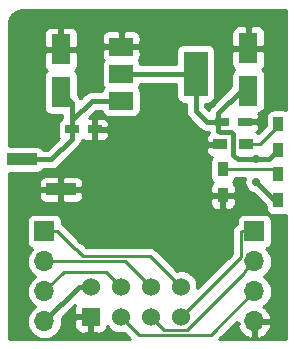
<source format=gbr>
G04 #@! TF.GenerationSoftware,KiCad,Pcbnew,(5.1.2)-2*
G04 #@! TF.CreationDate,2023-04-24T21:20:06-05:00*
G04 #@! TF.ProjectId,nrf24l01breakout,6e726632-346c-4303-9162-7265616b6f75,V0.1*
G04 #@! TF.SameCoordinates,Original*
G04 #@! TF.FileFunction,Copper,L1,Top*
G04 #@! TF.FilePolarity,Positive*
%FSLAX46Y46*%
G04 Gerber Fmt 4.6, Leading zero omitted, Abs format (unit mm)*
G04 Created by KiCad (PCBNEW (5.1.2)-2) date 2023-04-24 21:20:06*
%MOMM*%
%LPD*%
G04 APERTURE LIST*
%ADD10R,1.600000X2.600000*%
%ADD11R,1.200000X0.750000*%
%ADD12R,0.900000X1.200000*%
%ADD13R,2.510000X1.000000*%
%ADD14O,1.700000X1.700000*%
%ADD15R,1.700000X1.700000*%
%ADD16R,1.200000X0.900000*%
%ADD17R,2.000000X1.500000*%
%ADD18R,2.000000X3.800000*%
%ADD19R,1.524000X1.524000*%
%ADD20C,1.524000*%
%ADD21C,0.700000*%
%ADD22C,0.400000*%
%ADD23C,0.250000*%
%ADD24C,0.254000*%
G04 APERTURE END LIST*
D10*
X121285000Y-85725000D03*
X121285000Y-82125000D03*
D11*
X122240000Y-88900000D03*
X124140000Y-88900000D03*
D10*
X137160000Y-82020000D03*
X137160000Y-85620000D03*
D11*
X136840000Y-88265000D03*
X134940000Y-88265000D03*
D12*
X139700000Y-94910000D03*
X139700000Y-92710000D03*
X139700000Y-88435000D03*
X139700000Y-90635000D03*
D13*
X117979000Y-91440000D03*
X121289000Y-93980000D03*
D14*
X119888000Y-105156000D03*
X119888000Y-102616000D03*
X119888000Y-100076000D03*
D15*
X119888000Y-97536000D03*
X137668000Y-97536000D03*
D14*
X137668000Y-100076000D03*
X137668000Y-102616000D03*
X137668000Y-105156000D03*
D12*
X135001000Y-94488000D03*
X135001000Y-92288000D03*
D16*
X136990000Y-90170000D03*
X134790000Y-90170000D03*
D17*
X126390000Y-81875000D03*
X126390000Y-86475000D03*
X126390000Y-84175000D03*
D18*
X132690000Y-84175000D03*
D19*
X123825000Y-104775000D03*
D20*
X123825000Y-102235000D03*
X126365000Y-104775000D03*
X126365000Y-102235000D03*
X128905000Y-104775000D03*
X128905000Y-102235000D03*
X131445000Y-104775000D03*
X131445000Y-102235000D03*
D21*
X138430000Y-87630000D03*
X137795000Y-93345000D03*
X137795000Y-91440000D03*
D22*
X122240000Y-86680000D02*
X121285000Y-85725000D01*
X122240000Y-88900000D02*
X122240000Y-86680000D01*
X122240000Y-88125000D02*
X122240000Y-88900000D01*
X123890000Y-86475000D02*
X122240000Y-88125000D01*
X126390000Y-86475000D02*
X123890000Y-86475000D01*
X122240000Y-89675000D02*
X122240000Y-88900000D01*
X120475000Y-91440000D02*
X122240000Y-89675000D01*
X117979000Y-91440000D02*
X120475000Y-91440000D01*
X136525000Y-88265000D02*
X137795000Y-88265000D01*
X137795000Y-88265000D02*
X138430000Y-87630000D01*
X122809000Y-102235000D02*
X123825000Y-102235000D01*
X119888000Y-105156000D02*
X122809000Y-102235000D01*
X136495000Y-85620000D02*
X137160000Y-85620000D01*
X134625000Y-87490000D02*
X136495000Y-85620000D01*
X134625000Y-88265000D02*
X134625000Y-87490000D01*
X132690000Y-86475000D02*
X132690000Y-84175000D01*
X132690000Y-87330000D02*
X132690000Y-86475000D01*
X133625000Y-88265000D02*
X132690000Y-87330000D01*
X134625000Y-88265000D02*
X133625000Y-88265000D01*
X126390000Y-84175000D02*
X132690000Y-84175000D01*
X139700000Y-94910000D02*
X139360000Y-94910000D01*
X139360000Y-94910000D02*
X137795000Y-93345000D01*
X138895000Y-91440000D02*
X139700000Y-90635000D01*
X137795000Y-91440000D02*
X138895000Y-91440000D01*
X137300026Y-91440000D02*
X137795000Y-91440000D01*
X136309998Y-91440000D02*
X137300026Y-91440000D01*
X135890000Y-91020002D02*
X136309998Y-91440000D01*
X135890000Y-89319998D02*
X135890000Y-91020002D01*
X134725001Y-89140001D02*
X135710003Y-89140001D01*
X134625000Y-89040000D02*
X134725001Y-89140001D01*
X135710003Y-89140001D02*
X135890000Y-89319998D01*
X134625000Y-88265000D02*
X134625000Y-89040000D01*
D23*
X139278000Y-92288000D02*
X139700000Y-92710000D01*
X135001000Y-92288000D02*
X139278000Y-92288000D01*
X139700000Y-88585000D02*
X139700000Y-88435000D01*
X138115000Y-90170000D02*
X139700000Y-88585000D01*
X136990000Y-90170000D02*
X138115000Y-90170000D01*
X125603001Y-101473001D02*
X126365000Y-102235000D01*
X125095000Y-100965000D02*
X125603001Y-101473001D01*
X121539000Y-100965000D02*
X125095000Y-100965000D01*
X119888000Y-102616000D02*
X121539000Y-100965000D01*
X126746000Y-100076000D02*
X128905000Y-102235000D01*
X119888000Y-100076000D02*
X126746000Y-100076000D01*
X120988000Y-97536000D02*
X122512000Y-99060000D01*
X119888000Y-97536000D02*
X120988000Y-97536000D01*
X130683001Y-101473001D02*
X131445000Y-102235000D01*
X128835990Y-99625990D02*
X130683001Y-101473001D01*
X123120990Y-99625990D02*
X128835990Y-99625990D01*
X122555000Y-99060000D02*
X123120990Y-99625990D01*
X122512000Y-99060000D02*
X122555000Y-99060000D01*
X132206999Y-104013001D02*
X131445000Y-104775000D01*
X136492999Y-99727001D02*
X132206999Y-104013001D01*
X136492999Y-97611001D02*
X136492999Y-99727001D01*
X136568000Y-97536000D02*
X136492999Y-97611001D01*
X137668000Y-97536000D02*
X136568000Y-97536000D01*
X129666999Y-105536999D02*
X128905000Y-104775000D01*
X129992001Y-105862001D02*
X129666999Y-105536999D01*
X131966761Y-105862001D02*
X129992001Y-105862001D01*
X136818001Y-101010761D02*
X131966761Y-105862001D01*
X136818001Y-100925999D02*
X136818001Y-101010761D01*
X137668000Y-100076000D02*
X136818001Y-100925999D01*
X127126999Y-105536999D02*
X126365000Y-104775000D01*
X127902011Y-106312011D02*
X127126999Y-105536999D01*
X133971989Y-106312011D02*
X127902011Y-106312011D01*
X137668000Y-102616000D02*
X133971989Y-106312011D01*
D24*
G36*
X131051928Y-86075000D02*
G01*
X131064188Y-86199482D01*
X131100498Y-86319180D01*
X131159463Y-86429494D01*
X131238815Y-86526185D01*
X131335506Y-86605537D01*
X131445820Y-86664502D01*
X131565518Y-86700812D01*
X131690000Y-86713072D01*
X131855000Y-86713072D01*
X131855000Y-87288982D01*
X131850960Y-87330000D01*
X131855000Y-87371018D01*
X131867082Y-87493688D01*
X131914828Y-87651086D01*
X131992364Y-87796145D01*
X132096709Y-87923291D01*
X132128578Y-87949445D01*
X133005563Y-88826432D01*
X133031709Y-88858291D01*
X133063568Y-88884437D01*
X133063570Y-88884439D01*
X133140920Y-88947918D01*
X133158854Y-88962636D01*
X133303913Y-89040172D01*
X133461311Y-89087918D01*
X133583981Y-89100000D01*
X133583982Y-89100000D01*
X133625000Y-89104040D01*
X133666018Y-89100000D01*
X133791869Y-89100000D01*
X133802082Y-89203689D01*
X133805289Y-89214261D01*
X133738815Y-89268815D01*
X133659463Y-89365506D01*
X133600498Y-89475820D01*
X133564188Y-89595518D01*
X133551928Y-89720000D01*
X133555000Y-89884250D01*
X133713750Y-90043000D01*
X134663000Y-90043000D01*
X134663000Y-90023000D01*
X134917000Y-90023000D01*
X134917000Y-90043000D01*
X134937000Y-90043000D01*
X134937000Y-90297000D01*
X134917000Y-90297000D01*
X134917000Y-90317000D01*
X134663000Y-90317000D01*
X134663000Y-90297000D01*
X133713750Y-90297000D01*
X133555000Y-90455750D01*
X133551928Y-90620000D01*
X133564188Y-90744482D01*
X133600498Y-90864180D01*
X133659463Y-90974494D01*
X133738815Y-91071185D01*
X133835506Y-91150537D01*
X133945820Y-91209502D01*
X134065518Y-91245812D01*
X134090419Y-91248264D01*
X134020463Y-91333506D01*
X133961498Y-91443820D01*
X133925188Y-91563518D01*
X133912928Y-91688000D01*
X133912928Y-92888000D01*
X133925188Y-93012482D01*
X133961498Y-93132180D01*
X134020463Y-93242494D01*
X134099815Y-93339185D01*
X134159296Y-93388000D01*
X134099815Y-93436815D01*
X134020463Y-93533506D01*
X133961498Y-93643820D01*
X133925188Y-93763518D01*
X133912928Y-93888000D01*
X133916000Y-94202250D01*
X134074750Y-94361000D01*
X134874000Y-94361000D01*
X134874000Y-94341000D01*
X135128000Y-94341000D01*
X135128000Y-94361000D01*
X135927250Y-94361000D01*
X136086000Y-94202250D01*
X136089072Y-93888000D01*
X136076812Y-93763518D01*
X136040502Y-93643820D01*
X135981537Y-93533506D01*
X135902185Y-93436815D01*
X135842704Y-93388000D01*
X135902185Y-93339185D01*
X135981537Y-93242494D01*
X136040502Y-93132180D01*
X136066038Y-93048000D01*
X136851865Y-93048000D01*
X136847853Y-93057686D01*
X136810000Y-93247986D01*
X136810000Y-93442014D01*
X136847853Y-93632314D01*
X136922104Y-93811572D01*
X137029901Y-93972901D01*
X137167099Y-94110099D01*
X137328428Y-94217896D01*
X137507686Y-94292147D01*
X137574587Y-94305454D01*
X138611928Y-95342796D01*
X138611928Y-95510000D01*
X138624188Y-95634482D01*
X138660498Y-95754180D01*
X138719463Y-95864494D01*
X138798815Y-95961185D01*
X138895506Y-96040537D01*
X139005820Y-96099502D01*
X139125518Y-96135812D01*
X139250000Y-96148072D01*
X140150000Y-96148072D01*
X140274482Y-96135812D01*
X140310000Y-96125038D01*
X140310000Y-106655000D01*
X134703801Y-106655000D01*
X136183000Y-105175801D01*
X136183000Y-105283002D01*
X136347844Y-105283002D01*
X136226524Y-105512890D01*
X136271175Y-105660099D01*
X136396359Y-105922920D01*
X136570412Y-106156269D01*
X136786645Y-106351178D01*
X137036748Y-106500157D01*
X137311109Y-106597481D01*
X137541000Y-106476814D01*
X137541000Y-105283000D01*
X137795000Y-105283000D01*
X137795000Y-106476814D01*
X138024891Y-106597481D01*
X138299252Y-106500157D01*
X138549355Y-106351178D01*
X138765588Y-106156269D01*
X138939641Y-105922920D01*
X139064825Y-105660099D01*
X139109476Y-105512890D01*
X138988155Y-105283000D01*
X137795000Y-105283000D01*
X137541000Y-105283000D01*
X137521000Y-105283000D01*
X137521000Y-105029000D01*
X137541000Y-105029000D01*
X137541000Y-105009000D01*
X137795000Y-105009000D01*
X137795000Y-105029000D01*
X138988155Y-105029000D01*
X139109476Y-104799110D01*
X139064825Y-104651901D01*
X138939641Y-104389080D01*
X138765588Y-104155731D01*
X138549355Y-103960822D01*
X138432477Y-103891201D01*
X138497014Y-103856706D01*
X138723134Y-103671134D01*
X138908706Y-103445014D01*
X139046599Y-103187034D01*
X139131513Y-102907111D01*
X139160185Y-102616000D01*
X139131513Y-102324889D01*
X139046599Y-102044966D01*
X138908706Y-101786986D01*
X138723134Y-101560866D01*
X138497014Y-101375294D01*
X138442209Y-101346000D01*
X138497014Y-101316706D01*
X138723134Y-101131134D01*
X138908706Y-100905014D01*
X139046599Y-100647034D01*
X139131513Y-100367111D01*
X139160185Y-100076000D01*
X139131513Y-99784889D01*
X139046599Y-99504966D01*
X138908706Y-99246986D01*
X138723134Y-99020866D01*
X138693313Y-98996393D01*
X138762180Y-98975502D01*
X138872494Y-98916537D01*
X138969185Y-98837185D01*
X139048537Y-98740494D01*
X139107502Y-98630180D01*
X139143812Y-98510482D01*
X139156072Y-98386000D01*
X139156072Y-96686000D01*
X139143812Y-96561518D01*
X139107502Y-96441820D01*
X139048537Y-96331506D01*
X138969185Y-96234815D01*
X138872494Y-96155463D01*
X138762180Y-96096498D01*
X138642482Y-96060188D01*
X138518000Y-96047928D01*
X136818000Y-96047928D01*
X136693518Y-96060188D01*
X136573820Y-96096498D01*
X136463506Y-96155463D01*
X136366815Y-96234815D01*
X136287463Y-96331506D01*
X136228498Y-96441820D01*
X136192188Y-96561518D01*
X136179928Y-96686000D01*
X136179928Y-96881674D01*
X136143724Y-96901026D01*
X136027999Y-96995999D01*
X136004199Y-97024999D01*
X135981999Y-97047199D01*
X135952998Y-97071000D01*
X135897870Y-97138175D01*
X135858025Y-97186725D01*
X135827543Y-97243753D01*
X135787453Y-97318755D01*
X135743996Y-97462016D01*
X135732999Y-97573669D01*
X135732999Y-97573679D01*
X135729323Y-97611001D01*
X135732999Y-97648324D01*
X135733000Y-99412198D01*
X132842000Y-102303199D01*
X132842000Y-102097408D01*
X132788314Y-101827510D01*
X132683005Y-101573273D01*
X132530120Y-101344465D01*
X132335535Y-101149880D01*
X132106727Y-100996995D01*
X131852490Y-100891686D01*
X131582592Y-100838000D01*
X131307408Y-100838000D01*
X131153430Y-100868628D01*
X129399794Y-99114993D01*
X129375991Y-99085989D01*
X129260266Y-98991016D01*
X129128237Y-98920444D01*
X128984976Y-98876987D01*
X128873323Y-98865990D01*
X128873312Y-98865990D01*
X128835990Y-98862314D01*
X128798668Y-98865990D01*
X123435792Y-98865990D01*
X123118803Y-98549002D01*
X123095001Y-98519999D01*
X122979276Y-98425026D01*
X122920311Y-98393508D01*
X121551803Y-97025002D01*
X121528001Y-96995999D01*
X121412276Y-96901026D01*
X121376072Y-96881674D01*
X121376072Y-96686000D01*
X121363812Y-96561518D01*
X121327502Y-96441820D01*
X121268537Y-96331506D01*
X121189185Y-96234815D01*
X121092494Y-96155463D01*
X120982180Y-96096498D01*
X120862482Y-96060188D01*
X120738000Y-96047928D01*
X119038000Y-96047928D01*
X118913518Y-96060188D01*
X118793820Y-96096498D01*
X118683506Y-96155463D01*
X118586815Y-96234815D01*
X118507463Y-96331506D01*
X118448498Y-96441820D01*
X118412188Y-96561518D01*
X118399928Y-96686000D01*
X118399928Y-98386000D01*
X118412188Y-98510482D01*
X118448498Y-98630180D01*
X118507463Y-98740494D01*
X118586815Y-98837185D01*
X118683506Y-98916537D01*
X118793820Y-98975502D01*
X118862687Y-98996393D01*
X118832866Y-99020866D01*
X118647294Y-99246986D01*
X118509401Y-99504966D01*
X118424487Y-99784889D01*
X118395815Y-100076000D01*
X118424487Y-100367111D01*
X118509401Y-100647034D01*
X118647294Y-100905014D01*
X118832866Y-101131134D01*
X119058986Y-101316706D01*
X119113791Y-101346000D01*
X119058986Y-101375294D01*
X118832866Y-101560866D01*
X118647294Y-101786986D01*
X118509401Y-102044966D01*
X118424487Y-102324889D01*
X118395815Y-102616000D01*
X118424487Y-102907111D01*
X118509401Y-103187034D01*
X118647294Y-103445014D01*
X118832866Y-103671134D01*
X119058986Y-103856706D01*
X119113791Y-103886000D01*
X119058986Y-103915294D01*
X118832866Y-104100866D01*
X118647294Y-104326986D01*
X118509401Y-104584966D01*
X118424487Y-104864889D01*
X118395815Y-105156000D01*
X118424487Y-105447111D01*
X118509401Y-105727034D01*
X118647294Y-105985014D01*
X118832866Y-106211134D01*
X119058986Y-106396706D01*
X119316966Y-106534599D01*
X119596889Y-106619513D01*
X119815050Y-106641000D01*
X119960950Y-106641000D01*
X120179111Y-106619513D01*
X120459034Y-106534599D01*
X120717014Y-106396706D01*
X120943134Y-106211134D01*
X121128706Y-105985014D01*
X121266599Y-105727034D01*
X121324245Y-105537000D01*
X122424928Y-105537000D01*
X122437188Y-105661482D01*
X122473498Y-105781180D01*
X122532463Y-105891494D01*
X122611815Y-105988185D01*
X122708506Y-106067537D01*
X122818820Y-106126502D01*
X122938518Y-106162812D01*
X123063000Y-106175072D01*
X123539250Y-106172000D01*
X123698000Y-106013250D01*
X123698000Y-104902000D01*
X122586750Y-104902000D01*
X122428000Y-105060750D01*
X122424928Y-105537000D01*
X121324245Y-105537000D01*
X121351513Y-105447111D01*
X121380185Y-105156000D01*
X121352272Y-104872596D01*
X122493536Y-103731333D01*
X122473498Y-103768820D01*
X122437188Y-103888518D01*
X122424928Y-104013000D01*
X122428000Y-104489250D01*
X122586750Y-104648000D01*
X123698000Y-104648000D01*
X123698000Y-104628000D01*
X123952000Y-104628000D01*
X123952000Y-104648000D01*
X123972000Y-104648000D01*
X123972000Y-104902000D01*
X123952000Y-104902000D01*
X123952000Y-106013250D01*
X124110750Y-106172000D01*
X124587000Y-106175072D01*
X124711482Y-106162812D01*
X124831180Y-106126502D01*
X124941494Y-106067537D01*
X125038185Y-105988185D01*
X125117537Y-105891494D01*
X125176502Y-105781180D01*
X125212812Y-105661482D01*
X125221080Y-105577535D01*
X125279880Y-105665535D01*
X125474465Y-105860120D01*
X125703273Y-106013005D01*
X125957510Y-106118314D01*
X126227408Y-106172000D01*
X126502592Y-106172000D01*
X126656571Y-106141372D01*
X127170198Y-106655000D01*
X116865000Y-106655000D01*
X116865000Y-94480000D01*
X119395928Y-94480000D01*
X119408188Y-94604482D01*
X119444498Y-94724180D01*
X119503463Y-94834494D01*
X119582815Y-94931185D01*
X119679506Y-95010537D01*
X119789820Y-95069502D01*
X119909518Y-95105812D01*
X120034000Y-95118072D01*
X121003250Y-95115000D01*
X121162000Y-94956250D01*
X121162000Y-94107000D01*
X121416000Y-94107000D01*
X121416000Y-94956250D01*
X121574750Y-95115000D01*
X122544000Y-95118072D01*
X122668482Y-95105812D01*
X122727200Y-95088000D01*
X133912928Y-95088000D01*
X133925188Y-95212482D01*
X133961498Y-95332180D01*
X134020463Y-95442494D01*
X134099815Y-95539185D01*
X134196506Y-95618537D01*
X134306820Y-95677502D01*
X134426518Y-95713812D01*
X134551000Y-95726072D01*
X134715250Y-95723000D01*
X134874000Y-95564250D01*
X134874000Y-94615000D01*
X135128000Y-94615000D01*
X135128000Y-95564250D01*
X135286750Y-95723000D01*
X135451000Y-95726072D01*
X135575482Y-95713812D01*
X135695180Y-95677502D01*
X135805494Y-95618537D01*
X135902185Y-95539185D01*
X135981537Y-95442494D01*
X136040502Y-95332180D01*
X136076812Y-95212482D01*
X136089072Y-95088000D01*
X136086000Y-94773750D01*
X135927250Y-94615000D01*
X135128000Y-94615000D01*
X134874000Y-94615000D01*
X134074750Y-94615000D01*
X133916000Y-94773750D01*
X133912928Y-95088000D01*
X122727200Y-95088000D01*
X122788180Y-95069502D01*
X122898494Y-95010537D01*
X122995185Y-94931185D01*
X123074537Y-94834494D01*
X123133502Y-94724180D01*
X123169812Y-94604482D01*
X123182072Y-94480000D01*
X123179000Y-94265750D01*
X123020250Y-94107000D01*
X121416000Y-94107000D01*
X121162000Y-94107000D01*
X119557750Y-94107000D01*
X119399000Y-94265750D01*
X119395928Y-94480000D01*
X116865000Y-94480000D01*
X116865000Y-93480000D01*
X119395928Y-93480000D01*
X119399000Y-93694250D01*
X119557750Y-93853000D01*
X121162000Y-93853000D01*
X121162000Y-93003750D01*
X121416000Y-93003750D01*
X121416000Y-93853000D01*
X123020250Y-93853000D01*
X123179000Y-93694250D01*
X123182072Y-93480000D01*
X123169812Y-93355518D01*
X123133502Y-93235820D01*
X123074537Y-93125506D01*
X122995185Y-93028815D01*
X122898494Y-92949463D01*
X122788180Y-92890498D01*
X122668482Y-92854188D01*
X122544000Y-92841928D01*
X121574750Y-92845000D01*
X121416000Y-93003750D01*
X121162000Y-93003750D01*
X121003250Y-92845000D01*
X120034000Y-92841928D01*
X119909518Y-92854188D01*
X119789820Y-92890498D01*
X119679506Y-92949463D01*
X119582815Y-93028815D01*
X119503463Y-93125506D01*
X119444498Y-93235820D01*
X119408188Y-93355518D01*
X119395928Y-93480000D01*
X116865000Y-93480000D01*
X116865000Y-92578072D01*
X119234000Y-92578072D01*
X119358482Y-92565812D01*
X119478180Y-92529502D01*
X119588494Y-92470537D01*
X119685185Y-92391185D01*
X119764537Y-92294494D01*
X119774957Y-92275000D01*
X120433982Y-92275000D01*
X120475000Y-92279040D01*
X120516018Y-92275000D01*
X120516019Y-92275000D01*
X120638689Y-92262918D01*
X120796087Y-92215172D01*
X120941146Y-92137636D01*
X121068291Y-92033291D01*
X121094446Y-92001421D01*
X122801433Y-90294436D01*
X122833291Y-90268291D01*
X122922953Y-90159038D01*
X122937636Y-90141146D01*
X123015172Y-89996087D01*
X123052139Y-89874221D01*
X123084180Y-89864502D01*
X123190000Y-89807939D01*
X123295820Y-89864502D01*
X123415518Y-89900812D01*
X123540000Y-89913072D01*
X123854250Y-89910000D01*
X124013000Y-89751250D01*
X124013000Y-89027000D01*
X124267000Y-89027000D01*
X124267000Y-89751250D01*
X124425750Y-89910000D01*
X124740000Y-89913072D01*
X124864482Y-89900812D01*
X124984180Y-89864502D01*
X125094494Y-89805537D01*
X125191185Y-89726185D01*
X125270537Y-89629494D01*
X125329502Y-89519180D01*
X125365812Y-89399482D01*
X125378072Y-89275000D01*
X125375000Y-89185750D01*
X125216250Y-89027000D01*
X124267000Y-89027000D01*
X124013000Y-89027000D01*
X123993000Y-89027000D01*
X123993000Y-88773000D01*
X124013000Y-88773000D01*
X124013000Y-88048750D01*
X124267000Y-88048750D01*
X124267000Y-88773000D01*
X125216250Y-88773000D01*
X125375000Y-88614250D01*
X125378072Y-88525000D01*
X125365812Y-88400518D01*
X125329502Y-88280820D01*
X125270537Y-88170506D01*
X125191185Y-88073815D01*
X125094494Y-87994463D01*
X124984180Y-87935498D01*
X124864482Y-87899188D01*
X124740000Y-87886928D01*
X124425750Y-87890000D01*
X124267000Y-88048750D01*
X124013000Y-88048750D01*
X123854250Y-87890000D01*
X123657788Y-87888079D01*
X124235868Y-87310000D01*
X124760299Y-87310000D01*
X124764188Y-87349482D01*
X124800498Y-87469180D01*
X124859463Y-87579494D01*
X124938815Y-87676185D01*
X125035506Y-87755537D01*
X125145820Y-87814502D01*
X125265518Y-87850812D01*
X125390000Y-87863072D01*
X127390000Y-87863072D01*
X127514482Y-87850812D01*
X127634180Y-87814502D01*
X127744494Y-87755537D01*
X127841185Y-87676185D01*
X127920537Y-87579494D01*
X127979502Y-87469180D01*
X128015812Y-87349482D01*
X128028072Y-87225000D01*
X128028072Y-85725000D01*
X128015812Y-85600518D01*
X127979502Y-85480820D01*
X127920537Y-85370506D01*
X127883191Y-85325000D01*
X127920537Y-85279494D01*
X127979502Y-85169180D01*
X128015812Y-85049482D01*
X128019701Y-85010000D01*
X131051928Y-85010000D01*
X131051928Y-86075000D01*
X131051928Y-86075000D01*
G37*
X131051928Y-86075000D02*
X131064188Y-86199482D01*
X131100498Y-86319180D01*
X131159463Y-86429494D01*
X131238815Y-86526185D01*
X131335506Y-86605537D01*
X131445820Y-86664502D01*
X131565518Y-86700812D01*
X131690000Y-86713072D01*
X131855000Y-86713072D01*
X131855000Y-87288982D01*
X131850960Y-87330000D01*
X131855000Y-87371018D01*
X131867082Y-87493688D01*
X131914828Y-87651086D01*
X131992364Y-87796145D01*
X132096709Y-87923291D01*
X132128578Y-87949445D01*
X133005563Y-88826432D01*
X133031709Y-88858291D01*
X133063568Y-88884437D01*
X133063570Y-88884439D01*
X133140920Y-88947918D01*
X133158854Y-88962636D01*
X133303913Y-89040172D01*
X133461311Y-89087918D01*
X133583981Y-89100000D01*
X133583982Y-89100000D01*
X133625000Y-89104040D01*
X133666018Y-89100000D01*
X133791869Y-89100000D01*
X133802082Y-89203689D01*
X133805289Y-89214261D01*
X133738815Y-89268815D01*
X133659463Y-89365506D01*
X133600498Y-89475820D01*
X133564188Y-89595518D01*
X133551928Y-89720000D01*
X133555000Y-89884250D01*
X133713750Y-90043000D01*
X134663000Y-90043000D01*
X134663000Y-90023000D01*
X134917000Y-90023000D01*
X134917000Y-90043000D01*
X134937000Y-90043000D01*
X134937000Y-90297000D01*
X134917000Y-90297000D01*
X134917000Y-90317000D01*
X134663000Y-90317000D01*
X134663000Y-90297000D01*
X133713750Y-90297000D01*
X133555000Y-90455750D01*
X133551928Y-90620000D01*
X133564188Y-90744482D01*
X133600498Y-90864180D01*
X133659463Y-90974494D01*
X133738815Y-91071185D01*
X133835506Y-91150537D01*
X133945820Y-91209502D01*
X134065518Y-91245812D01*
X134090419Y-91248264D01*
X134020463Y-91333506D01*
X133961498Y-91443820D01*
X133925188Y-91563518D01*
X133912928Y-91688000D01*
X133912928Y-92888000D01*
X133925188Y-93012482D01*
X133961498Y-93132180D01*
X134020463Y-93242494D01*
X134099815Y-93339185D01*
X134159296Y-93388000D01*
X134099815Y-93436815D01*
X134020463Y-93533506D01*
X133961498Y-93643820D01*
X133925188Y-93763518D01*
X133912928Y-93888000D01*
X133916000Y-94202250D01*
X134074750Y-94361000D01*
X134874000Y-94361000D01*
X134874000Y-94341000D01*
X135128000Y-94341000D01*
X135128000Y-94361000D01*
X135927250Y-94361000D01*
X136086000Y-94202250D01*
X136089072Y-93888000D01*
X136076812Y-93763518D01*
X136040502Y-93643820D01*
X135981537Y-93533506D01*
X135902185Y-93436815D01*
X135842704Y-93388000D01*
X135902185Y-93339185D01*
X135981537Y-93242494D01*
X136040502Y-93132180D01*
X136066038Y-93048000D01*
X136851865Y-93048000D01*
X136847853Y-93057686D01*
X136810000Y-93247986D01*
X136810000Y-93442014D01*
X136847853Y-93632314D01*
X136922104Y-93811572D01*
X137029901Y-93972901D01*
X137167099Y-94110099D01*
X137328428Y-94217896D01*
X137507686Y-94292147D01*
X137574587Y-94305454D01*
X138611928Y-95342796D01*
X138611928Y-95510000D01*
X138624188Y-95634482D01*
X138660498Y-95754180D01*
X138719463Y-95864494D01*
X138798815Y-95961185D01*
X138895506Y-96040537D01*
X139005820Y-96099502D01*
X139125518Y-96135812D01*
X139250000Y-96148072D01*
X140150000Y-96148072D01*
X140274482Y-96135812D01*
X140310000Y-96125038D01*
X140310000Y-106655000D01*
X134703801Y-106655000D01*
X136183000Y-105175801D01*
X136183000Y-105283002D01*
X136347844Y-105283002D01*
X136226524Y-105512890D01*
X136271175Y-105660099D01*
X136396359Y-105922920D01*
X136570412Y-106156269D01*
X136786645Y-106351178D01*
X137036748Y-106500157D01*
X137311109Y-106597481D01*
X137541000Y-106476814D01*
X137541000Y-105283000D01*
X137795000Y-105283000D01*
X137795000Y-106476814D01*
X138024891Y-106597481D01*
X138299252Y-106500157D01*
X138549355Y-106351178D01*
X138765588Y-106156269D01*
X138939641Y-105922920D01*
X139064825Y-105660099D01*
X139109476Y-105512890D01*
X138988155Y-105283000D01*
X137795000Y-105283000D01*
X137541000Y-105283000D01*
X137521000Y-105283000D01*
X137521000Y-105029000D01*
X137541000Y-105029000D01*
X137541000Y-105009000D01*
X137795000Y-105009000D01*
X137795000Y-105029000D01*
X138988155Y-105029000D01*
X139109476Y-104799110D01*
X139064825Y-104651901D01*
X138939641Y-104389080D01*
X138765588Y-104155731D01*
X138549355Y-103960822D01*
X138432477Y-103891201D01*
X138497014Y-103856706D01*
X138723134Y-103671134D01*
X138908706Y-103445014D01*
X139046599Y-103187034D01*
X139131513Y-102907111D01*
X139160185Y-102616000D01*
X139131513Y-102324889D01*
X139046599Y-102044966D01*
X138908706Y-101786986D01*
X138723134Y-101560866D01*
X138497014Y-101375294D01*
X138442209Y-101346000D01*
X138497014Y-101316706D01*
X138723134Y-101131134D01*
X138908706Y-100905014D01*
X139046599Y-100647034D01*
X139131513Y-100367111D01*
X139160185Y-100076000D01*
X139131513Y-99784889D01*
X139046599Y-99504966D01*
X138908706Y-99246986D01*
X138723134Y-99020866D01*
X138693313Y-98996393D01*
X138762180Y-98975502D01*
X138872494Y-98916537D01*
X138969185Y-98837185D01*
X139048537Y-98740494D01*
X139107502Y-98630180D01*
X139143812Y-98510482D01*
X139156072Y-98386000D01*
X139156072Y-96686000D01*
X139143812Y-96561518D01*
X139107502Y-96441820D01*
X139048537Y-96331506D01*
X138969185Y-96234815D01*
X138872494Y-96155463D01*
X138762180Y-96096498D01*
X138642482Y-96060188D01*
X138518000Y-96047928D01*
X136818000Y-96047928D01*
X136693518Y-96060188D01*
X136573820Y-96096498D01*
X136463506Y-96155463D01*
X136366815Y-96234815D01*
X136287463Y-96331506D01*
X136228498Y-96441820D01*
X136192188Y-96561518D01*
X136179928Y-96686000D01*
X136179928Y-96881674D01*
X136143724Y-96901026D01*
X136027999Y-96995999D01*
X136004199Y-97024999D01*
X135981999Y-97047199D01*
X135952998Y-97071000D01*
X135897870Y-97138175D01*
X135858025Y-97186725D01*
X135827543Y-97243753D01*
X135787453Y-97318755D01*
X135743996Y-97462016D01*
X135732999Y-97573669D01*
X135732999Y-97573679D01*
X135729323Y-97611001D01*
X135732999Y-97648324D01*
X135733000Y-99412198D01*
X132842000Y-102303199D01*
X132842000Y-102097408D01*
X132788314Y-101827510D01*
X132683005Y-101573273D01*
X132530120Y-101344465D01*
X132335535Y-101149880D01*
X132106727Y-100996995D01*
X131852490Y-100891686D01*
X131582592Y-100838000D01*
X131307408Y-100838000D01*
X131153430Y-100868628D01*
X129399794Y-99114993D01*
X129375991Y-99085989D01*
X129260266Y-98991016D01*
X129128237Y-98920444D01*
X128984976Y-98876987D01*
X128873323Y-98865990D01*
X128873312Y-98865990D01*
X128835990Y-98862314D01*
X128798668Y-98865990D01*
X123435792Y-98865990D01*
X123118803Y-98549002D01*
X123095001Y-98519999D01*
X122979276Y-98425026D01*
X122920311Y-98393508D01*
X121551803Y-97025002D01*
X121528001Y-96995999D01*
X121412276Y-96901026D01*
X121376072Y-96881674D01*
X121376072Y-96686000D01*
X121363812Y-96561518D01*
X121327502Y-96441820D01*
X121268537Y-96331506D01*
X121189185Y-96234815D01*
X121092494Y-96155463D01*
X120982180Y-96096498D01*
X120862482Y-96060188D01*
X120738000Y-96047928D01*
X119038000Y-96047928D01*
X118913518Y-96060188D01*
X118793820Y-96096498D01*
X118683506Y-96155463D01*
X118586815Y-96234815D01*
X118507463Y-96331506D01*
X118448498Y-96441820D01*
X118412188Y-96561518D01*
X118399928Y-96686000D01*
X118399928Y-98386000D01*
X118412188Y-98510482D01*
X118448498Y-98630180D01*
X118507463Y-98740494D01*
X118586815Y-98837185D01*
X118683506Y-98916537D01*
X118793820Y-98975502D01*
X118862687Y-98996393D01*
X118832866Y-99020866D01*
X118647294Y-99246986D01*
X118509401Y-99504966D01*
X118424487Y-99784889D01*
X118395815Y-100076000D01*
X118424487Y-100367111D01*
X118509401Y-100647034D01*
X118647294Y-100905014D01*
X118832866Y-101131134D01*
X119058986Y-101316706D01*
X119113791Y-101346000D01*
X119058986Y-101375294D01*
X118832866Y-101560866D01*
X118647294Y-101786986D01*
X118509401Y-102044966D01*
X118424487Y-102324889D01*
X118395815Y-102616000D01*
X118424487Y-102907111D01*
X118509401Y-103187034D01*
X118647294Y-103445014D01*
X118832866Y-103671134D01*
X119058986Y-103856706D01*
X119113791Y-103886000D01*
X119058986Y-103915294D01*
X118832866Y-104100866D01*
X118647294Y-104326986D01*
X118509401Y-104584966D01*
X118424487Y-104864889D01*
X118395815Y-105156000D01*
X118424487Y-105447111D01*
X118509401Y-105727034D01*
X118647294Y-105985014D01*
X118832866Y-106211134D01*
X119058986Y-106396706D01*
X119316966Y-106534599D01*
X119596889Y-106619513D01*
X119815050Y-106641000D01*
X119960950Y-106641000D01*
X120179111Y-106619513D01*
X120459034Y-106534599D01*
X120717014Y-106396706D01*
X120943134Y-106211134D01*
X121128706Y-105985014D01*
X121266599Y-105727034D01*
X121324245Y-105537000D01*
X122424928Y-105537000D01*
X122437188Y-105661482D01*
X122473498Y-105781180D01*
X122532463Y-105891494D01*
X122611815Y-105988185D01*
X122708506Y-106067537D01*
X122818820Y-106126502D01*
X122938518Y-106162812D01*
X123063000Y-106175072D01*
X123539250Y-106172000D01*
X123698000Y-106013250D01*
X123698000Y-104902000D01*
X122586750Y-104902000D01*
X122428000Y-105060750D01*
X122424928Y-105537000D01*
X121324245Y-105537000D01*
X121351513Y-105447111D01*
X121380185Y-105156000D01*
X121352272Y-104872596D01*
X122493536Y-103731333D01*
X122473498Y-103768820D01*
X122437188Y-103888518D01*
X122424928Y-104013000D01*
X122428000Y-104489250D01*
X122586750Y-104648000D01*
X123698000Y-104648000D01*
X123698000Y-104628000D01*
X123952000Y-104628000D01*
X123952000Y-104648000D01*
X123972000Y-104648000D01*
X123972000Y-104902000D01*
X123952000Y-104902000D01*
X123952000Y-106013250D01*
X124110750Y-106172000D01*
X124587000Y-106175072D01*
X124711482Y-106162812D01*
X124831180Y-106126502D01*
X124941494Y-106067537D01*
X125038185Y-105988185D01*
X125117537Y-105891494D01*
X125176502Y-105781180D01*
X125212812Y-105661482D01*
X125221080Y-105577535D01*
X125279880Y-105665535D01*
X125474465Y-105860120D01*
X125703273Y-106013005D01*
X125957510Y-106118314D01*
X126227408Y-106172000D01*
X126502592Y-106172000D01*
X126656571Y-106141372D01*
X127170198Y-106655000D01*
X116865000Y-106655000D01*
X116865000Y-94480000D01*
X119395928Y-94480000D01*
X119408188Y-94604482D01*
X119444498Y-94724180D01*
X119503463Y-94834494D01*
X119582815Y-94931185D01*
X119679506Y-95010537D01*
X119789820Y-95069502D01*
X119909518Y-95105812D01*
X120034000Y-95118072D01*
X121003250Y-95115000D01*
X121162000Y-94956250D01*
X121162000Y-94107000D01*
X121416000Y-94107000D01*
X121416000Y-94956250D01*
X121574750Y-95115000D01*
X122544000Y-95118072D01*
X122668482Y-95105812D01*
X122727200Y-95088000D01*
X133912928Y-95088000D01*
X133925188Y-95212482D01*
X133961498Y-95332180D01*
X134020463Y-95442494D01*
X134099815Y-95539185D01*
X134196506Y-95618537D01*
X134306820Y-95677502D01*
X134426518Y-95713812D01*
X134551000Y-95726072D01*
X134715250Y-95723000D01*
X134874000Y-95564250D01*
X134874000Y-94615000D01*
X135128000Y-94615000D01*
X135128000Y-95564250D01*
X135286750Y-95723000D01*
X135451000Y-95726072D01*
X135575482Y-95713812D01*
X135695180Y-95677502D01*
X135805494Y-95618537D01*
X135902185Y-95539185D01*
X135981537Y-95442494D01*
X136040502Y-95332180D01*
X136076812Y-95212482D01*
X136089072Y-95088000D01*
X136086000Y-94773750D01*
X135927250Y-94615000D01*
X135128000Y-94615000D01*
X134874000Y-94615000D01*
X134074750Y-94615000D01*
X133916000Y-94773750D01*
X133912928Y-95088000D01*
X122727200Y-95088000D01*
X122788180Y-95069502D01*
X122898494Y-95010537D01*
X122995185Y-94931185D01*
X123074537Y-94834494D01*
X123133502Y-94724180D01*
X123169812Y-94604482D01*
X123182072Y-94480000D01*
X123179000Y-94265750D01*
X123020250Y-94107000D01*
X121416000Y-94107000D01*
X121162000Y-94107000D01*
X119557750Y-94107000D01*
X119399000Y-94265750D01*
X119395928Y-94480000D01*
X116865000Y-94480000D01*
X116865000Y-93480000D01*
X119395928Y-93480000D01*
X119399000Y-93694250D01*
X119557750Y-93853000D01*
X121162000Y-93853000D01*
X121162000Y-93003750D01*
X121416000Y-93003750D01*
X121416000Y-93853000D01*
X123020250Y-93853000D01*
X123179000Y-93694250D01*
X123182072Y-93480000D01*
X123169812Y-93355518D01*
X123133502Y-93235820D01*
X123074537Y-93125506D01*
X122995185Y-93028815D01*
X122898494Y-92949463D01*
X122788180Y-92890498D01*
X122668482Y-92854188D01*
X122544000Y-92841928D01*
X121574750Y-92845000D01*
X121416000Y-93003750D01*
X121162000Y-93003750D01*
X121003250Y-92845000D01*
X120034000Y-92841928D01*
X119909518Y-92854188D01*
X119789820Y-92890498D01*
X119679506Y-92949463D01*
X119582815Y-93028815D01*
X119503463Y-93125506D01*
X119444498Y-93235820D01*
X119408188Y-93355518D01*
X119395928Y-93480000D01*
X116865000Y-93480000D01*
X116865000Y-92578072D01*
X119234000Y-92578072D01*
X119358482Y-92565812D01*
X119478180Y-92529502D01*
X119588494Y-92470537D01*
X119685185Y-92391185D01*
X119764537Y-92294494D01*
X119774957Y-92275000D01*
X120433982Y-92275000D01*
X120475000Y-92279040D01*
X120516018Y-92275000D01*
X120516019Y-92275000D01*
X120638689Y-92262918D01*
X120796087Y-92215172D01*
X120941146Y-92137636D01*
X121068291Y-92033291D01*
X121094446Y-92001421D01*
X122801433Y-90294436D01*
X122833291Y-90268291D01*
X122922953Y-90159038D01*
X122937636Y-90141146D01*
X123015172Y-89996087D01*
X123052139Y-89874221D01*
X123084180Y-89864502D01*
X123190000Y-89807939D01*
X123295820Y-89864502D01*
X123415518Y-89900812D01*
X123540000Y-89913072D01*
X123854250Y-89910000D01*
X124013000Y-89751250D01*
X124013000Y-89027000D01*
X124267000Y-89027000D01*
X124267000Y-89751250D01*
X124425750Y-89910000D01*
X124740000Y-89913072D01*
X124864482Y-89900812D01*
X124984180Y-89864502D01*
X125094494Y-89805537D01*
X125191185Y-89726185D01*
X125270537Y-89629494D01*
X125329502Y-89519180D01*
X125365812Y-89399482D01*
X125378072Y-89275000D01*
X125375000Y-89185750D01*
X125216250Y-89027000D01*
X124267000Y-89027000D01*
X124013000Y-89027000D01*
X123993000Y-89027000D01*
X123993000Y-88773000D01*
X124013000Y-88773000D01*
X124013000Y-88048750D01*
X124267000Y-88048750D01*
X124267000Y-88773000D01*
X125216250Y-88773000D01*
X125375000Y-88614250D01*
X125378072Y-88525000D01*
X125365812Y-88400518D01*
X125329502Y-88280820D01*
X125270537Y-88170506D01*
X125191185Y-88073815D01*
X125094494Y-87994463D01*
X124984180Y-87935498D01*
X124864482Y-87899188D01*
X124740000Y-87886928D01*
X124425750Y-87890000D01*
X124267000Y-88048750D01*
X124013000Y-88048750D01*
X123854250Y-87890000D01*
X123657788Y-87888079D01*
X124235868Y-87310000D01*
X124760299Y-87310000D01*
X124764188Y-87349482D01*
X124800498Y-87469180D01*
X124859463Y-87579494D01*
X124938815Y-87676185D01*
X125035506Y-87755537D01*
X125145820Y-87814502D01*
X125265518Y-87850812D01*
X125390000Y-87863072D01*
X127390000Y-87863072D01*
X127514482Y-87850812D01*
X127634180Y-87814502D01*
X127744494Y-87755537D01*
X127841185Y-87676185D01*
X127920537Y-87579494D01*
X127979502Y-87469180D01*
X128015812Y-87349482D01*
X128028072Y-87225000D01*
X128028072Y-85725000D01*
X128015812Y-85600518D01*
X127979502Y-85480820D01*
X127920537Y-85370506D01*
X127883191Y-85325000D01*
X127920537Y-85279494D01*
X127979502Y-85169180D01*
X128015812Y-85049482D01*
X128019701Y-85010000D01*
X131051928Y-85010000D01*
X131051928Y-86075000D01*
G36*
X140310001Y-87219962D02*
G01*
X140274482Y-87209188D01*
X140150000Y-87196928D01*
X139250000Y-87196928D01*
X139125518Y-87209188D01*
X139005820Y-87245498D01*
X138895506Y-87304463D01*
X138798815Y-87383815D01*
X138719463Y-87480506D01*
X138660498Y-87590820D01*
X138624188Y-87710518D01*
X138611928Y-87835000D01*
X138611928Y-88598270D01*
X137986369Y-89223829D01*
X137944494Y-89189463D01*
X137839692Y-89133444D01*
X137891185Y-89091185D01*
X137970537Y-88994494D01*
X138029502Y-88884180D01*
X138065812Y-88764482D01*
X138078072Y-88640000D01*
X138075000Y-88550750D01*
X137916250Y-88392000D01*
X136967000Y-88392000D01*
X136967000Y-88412000D01*
X136713000Y-88412000D01*
X136713000Y-88392000D01*
X136693000Y-88392000D01*
X136693000Y-88138000D01*
X136713000Y-88138000D01*
X136713000Y-88118000D01*
X136967000Y-88118000D01*
X136967000Y-88138000D01*
X137916250Y-88138000D01*
X138075000Y-87979250D01*
X138078072Y-87890000D01*
X138065812Y-87765518D01*
X138029502Y-87645820D01*
X137981469Y-87555958D01*
X138084482Y-87545812D01*
X138204180Y-87509502D01*
X138314494Y-87450537D01*
X138411185Y-87371185D01*
X138490537Y-87274494D01*
X138549502Y-87164180D01*
X138585812Y-87044482D01*
X138598072Y-86920000D01*
X138598072Y-84320000D01*
X138585812Y-84195518D01*
X138549502Y-84075820D01*
X138490537Y-83965506D01*
X138411185Y-83868815D01*
X138351704Y-83820000D01*
X138411185Y-83771185D01*
X138490537Y-83674494D01*
X138549502Y-83564180D01*
X138585812Y-83444482D01*
X138598072Y-83320000D01*
X138595000Y-82305750D01*
X138436250Y-82147000D01*
X137287000Y-82147000D01*
X137287000Y-82167000D01*
X137033000Y-82167000D01*
X137033000Y-82147000D01*
X135883750Y-82147000D01*
X135725000Y-82305750D01*
X135721928Y-83320000D01*
X135734188Y-83444482D01*
X135770498Y-83564180D01*
X135829463Y-83674494D01*
X135908815Y-83771185D01*
X135968296Y-83820000D01*
X135908815Y-83868815D01*
X135829463Y-83965506D01*
X135770498Y-84075820D01*
X135734188Y-84195518D01*
X135721928Y-84320000D01*
X135721928Y-85212204D01*
X134063574Y-86870559D01*
X134031710Y-86896709D01*
X133995242Y-86941146D01*
X133927364Y-87023855D01*
X133849828Y-87168914D01*
X133837611Y-87209188D01*
X133817233Y-87276365D01*
X133525000Y-86984132D01*
X133525000Y-86713072D01*
X133690000Y-86713072D01*
X133814482Y-86700812D01*
X133934180Y-86664502D01*
X134044494Y-86605537D01*
X134141185Y-86526185D01*
X134220537Y-86429494D01*
X134279502Y-86319180D01*
X134315812Y-86199482D01*
X134328072Y-86075000D01*
X134328072Y-82275000D01*
X134315812Y-82150518D01*
X134279502Y-82030820D01*
X134220537Y-81920506D01*
X134141185Y-81823815D01*
X134044494Y-81744463D01*
X133934180Y-81685498D01*
X133814482Y-81649188D01*
X133690000Y-81636928D01*
X131690000Y-81636928D01*
X131565518Y-81649188D01*
X131445820Y-81685498D01*
X131335506Y-81744463D01*
X131238815Y-81823815D01*
X131159463Y-81920506D01*
X131100498Y-82030820D01*
X131064188Y-82150518D01*
X131051928Y-82275000D01*
X131051928Y-83340000D01*
X128019701Y-83340000D01*
X128015812Y-83300518D01*
X127979502Y-83180820D01*
X127920537Y-83070506D01*
X127883191Y-83025000D01*
X127920537Y-82979494D01*
X127979502Y-82869180D01*
X128015812Y-82749482D01*
X128028072Y-82625000D01*
X128025000Y-82160750D01*
X127866250Y-82002000D01*
X126517000Y-82002000D01*
X126517000Y-82022000D01*
X126263000Y-82022000D01*
X126263000Y-82002000D01*
X124913750Y-82002000D01*
X124755000Y-82160750D01*
X124751928Y-82625000D01*
X124764188Y-82749482D01*
X124800498Y-82869180D01*
X124859463Y-82979494D01*
X124896809Y-83025000D01*
X124859463Y-83070506D01*
X124800498Y-83180820D01*
X124764188Y-83300518D01*
X124751928Y-83425000D01*
X124751928Y-84925000D01*
X124764188Y-85049482D01*
X124800498Y-85169180D01*
X124859463Y-85279494D01*
X124896809Y-85325000D01*
X124859463Y-85370506D01*
X124800498Y-85480820D01*
X124764188Y-85600518D01*
X124760299Y-85640000D01*
X123931007Y-85640000D01*
X123889999Y-85635961D01*
X123848991Y-85640000D01*
X123848981Y-85640000D01*
X123726311Y-85652082D01*
X123568913Y-85699828D01*
X123423854Y-85777364D01*
X123296709Y-85881709D01*
X123270559Y-85913574D01*
X122949006Y-86235126D01*
X122937636Y-86213854D01*
X122859439Y-86118570D01*
X122859437Y-86118568D01*
X122833291Y-86086709D01*
X122801432Y-86060563D01*
X122723072Y-85982203D01*
X122723072Y-84425000D01*
X122710812Y-84300518D01*
X122674502Y-84180820D01*
X122615537Y-84070506D01*
X122536185Y-83973815D01*
X122476704Y-83925000D01*
X122536185Y-83876185D01*
X122615537Y-83779494D01*
X122674502Y-83669180D01*
X122710812Y-83549482D01*
X122723072Y-83425000D01*
X122720000Y-82410750D01*
X122561250Y-82252000D01*
X121412000Y-82252000D01*
X121412000Y-82272000D01*
X121158000Y-82272000D01*
X121158000Y-82252000D01*
X120008750Y-82252000D01*
X119850000Y-82410750D01*
X119846928Y-83425000D01*
X119859188Y-83549482D01*
X119895498Y-83669180D01*
X119954463Y-83779494D01*
X120033815Y-83876185D01*
X120093296Y-83925000D01*
X120033815Y-83973815D01*
X119954463Y-84070506D01*
X119895498Y-84180820D01*
X119859188Y-84300518D01*
X119846928Y-84425000D01*
X119846928Y-87025000D01*
X119859188Y-87149482D01*
X119895498Y-87269180D01*
X119954463Y-87379494D01*
X120033815Y-87476185D01*
X120130506Y-87555537D01*
X120240820Y-87614502D01*
X120360518Y-87650812D01*
X120485000Y-87663072D01*
X121405001Y-87663072D01*
X121405000Y-87932713D01*
X121395820Y-87935498D01*
X121285506Y-87994463D01*
X121188815Y-88073815D01*
X121109463Y-88170506D01*
X121050498Y-88280820D01*
X121014188Y-88400518D01*
X121001928Y-88525000D01*
X121001928Y-89275000D01*
X121014188Y-89399482D01*
X121050498Y-89519180D01*
X121107782Y-89626349D01*
X120129133Y-90605000D01*
X119774957Y-90605000D01*
X119764537Y-90585506D01*
X119685185Y-90488815D01*
X119588494Y-90409463D01*
X119478180Y-90350498D01*
X119358482Y-90314188D01*
X119234000Y-90301928D01*
X116865000Y-90301928D01*
X116865000Y-80825000D01*
X119846928Y-80825000D01*
X119850000Y-81839250D01*
X120008750Y-81998000D01*
X121158000Y-81998000D01*
X121158000Y-80348750D01*
X121412000Y-80348750D01*
X121412000Y-81998000D01*
X122561250Y-81998000D01*
X122720000Y-81839250D01*
X122722163Y-81125000D01*
X124751928Y-81125000D01*
X124755000Y-81589250D01*
X124913750Y-81748000D01*
X126263000Y-81748000D01*
X126263000Y-80648750D01*
X126517000Y-80648750D01*
X126517000Y-81748000D01*
X127866250Y-81748000D01*
X128025000Y-81589250D01*
X128028072Y-81125000D01*
X128015812Y-81000518D01*
X127979502Y-80880820D01*
X127920537Y-80770506D01*
X127879088Y-80720000D01*
X135721928Y-80720000D01*
X135725000Y-81734250D01*
X135883750Y-81893000D01*
X137033000Y-81893000D01*
X137033000Y-80243750D01*
X137287000Y-80243750D01*
X137287000Y-81893000D01*
X138436250Y-81893000D01*
X138595000Y-81734250D01*
X138598072Y-80720000D01*
X138585812Y-80595518D01*
X138549502Y-80475820D01*
X138490537Y-80365506D01*
X138411185Y-80268815D01*
X138314494Y-80189463D01*
X138204180Y-80130498D01*
X138084482Y-80094188D01*
X137960000Y-80081928D01*
X137445750Y-80085000D01*
X137287000Y-80243750D01*
X137033000Y-80243750D01*
X136874250Y-80085000D01*
X136360000Y-80081928D01*
X136235518Y-80094188D01*
X136115820Y-80130498D01*
X136005506Y-80189463D01*
X135908815Y-80268815D01*
X135829463Y-80365506D01*
X135770498Y-80475820D01*
X135734188Y-80595518D01*
X135721928Y-80720000D01*
X127879088Y-80720000D01*
X127841185Y-80673815D01*
X127744494Y-80594463D01*
X127634180Y-80535498D01*
X127514482Y-80499188D01*
X127390000Y-80486928D01*
X126675750Y-80490000D01*
X126517000Y-80648750D01*
X126263000Y-80648750D01*
X126104250Y-80490000D01*
X125390000Y-80486928D01*
X125265518Y-80499188D01*
X125145820Y-80535498D01*
X125035506Y-80594463D01*
X124938815Y-80673815D01*
X124859463Y-80770506D01*
X124800498Y-80880820D01*
X124764188Y-81000518D01*
X124751928Y-81125000D01*
X122722163Y-81125000D01*
X122723072Y-80825000D01*
X122710812Y-80700518D01*
X122674502Y-80580820D01*
X122615537Y-80470506D01*
X122536185Y-80373815D01*
X122439494Y-80294463D01*
X122329180Y-80235498D01*
X122209482Y-80199188D01*
X122085000Y-80186928D01*
X121570750Y-80190000D01*
X121412000Y-80348750D01*
X121158000Y-80348750D01*
X120999250Y-80190000D01*
X120485000Y-80186928D01*
X120360518Y-80199188D01*
X120240820Y-80235498D01*
X120130506Y-80294463D01*
X120033815Y-80373815D01*
X119954463Y-80470506D01*
X119895498Y-80580820D01*
X119859188Y-80700518D01*
X119846928Y-80825000D01*
X116865000Y-80825000D01*
X116865000Y-79989814D01*
X116899498Y-79728100D01*
X116977304Y-79498352D01*
X117098257Y-79288087D01*
X117257749Y-79105317D01*
X117449695Y-78957013D01*
X117666800Y-78848812D01*
X117910356Y-78782225D01*
X118079933Y-78765000D01*
X140310001Y-78765000D01*
X140310001Y-87219962D01*
X140310001Y-87219962D01*
G37*
X140310001Y-87219962D02*
X140274482Y-87209188D01*
X140150000Y-87196928D01*
X139250000Y-87196928D01*
X139125518Y-87209188D01*
X139005820Y-87245498D01*
X138895506Y-87304463D01*
X138798815Y-87383815D01*
X138719463Y-87480506D01*
X138660498Y-87590820D01*
X138624188Y-87710518D01*
X138611928Y-87835000D01*
X138611928Y-88598270D01*
X137986369Y-89223829D01*
X137944494Y-89189463D01*
X137839692Y-89133444D01*
X137891185Y-89091185D01*
X137970537Y-88994494D01*
X138029502Y-88884180D01*
X138065812Y-88764482D01*
X138078072Y-88640000D01*
X138075000Y-88550750D01*
X137916250Y-88392000D01*
X136967000Y-88392000D01*
X136967000Y-88412000D01*
X136713000Y-88412000D01*
X136713000Y-88392000D01*
X136693000Y-88392000D01*
X136693000Y-88138000D01*
X136713000Y-88138000D01*
X136713000Y-88118000D01*
X136967000Y-88118000D01*
X136967000Y-88138000D01*
X137916250Y-88138000D01*
X138075000Y-87979250D01*
X138078072Y-87890000D01*
X138065812Y-87765518D01*
X138029502Y-87645820D01*
X137981469Y-87555958D01*
X138084482Y-87545812D01*
X138204180Y-87509502D01*
X138314494Y-87450537D01*
X138411185Y-87371185D01*
X138490537Y-87274494D01*
X138549502Y-87164180D01*
X138585812Y-87044482D01*
X138598072Y-86920000D01*
X138598072Y-84320000D01*
X138585812Y-84195518D01*
X138549502Y-84075820D01*
X138490537Y-83965506D01*
X138411185Y-83868815D01*
X138351704Y-83820000D01*
X138411185Y-83771185D01*
X138490537Y-83674494D01*
X138549502Y-83564180D01*
X138585812Y-83444482D01*
X138598072Y-83320000D01*
X138595000Y-82305750D01*
X138436250Y-82147000D01*
X137287000Y-82147000D01*
X137287000Y-82167000D01*
X137033000Y-82167000D01*
X137033000Y-82147000D01*
X135883750Y-82147000D01*
X135725000Y-82305750D01*
X135721928Y-83320000D01*
X135734188Y-83444482D01*
X135770498Y-83564180D01*
X135829463Y-83674494D01*
X135908815Y-83771185D01*
X135968296Y-83820000D01*
X135908815Y-83868815D01*
X135829463Y-83965506D01*
X135770498Y-84075820D01*
X135734188Y-84195518D01*
X135721928Y-84320000D01*
X135721928Y-85212204D01*
X134063574Y-86870559D01*
X134031710Y-86896709D01*
X133995242Y-86941146D01*
X133927364Y-87023855D01*
X133849828Y-87168914D01*
X133837611Y-87209188D01*
X133817233Y-87276365D01*
X133525000Y-86984132D01*
X133525000Y-86713072D01*
X133690000Y-86713072D01*
X133814482Y-86700812D01*
X133934180Y-86664502D01*
X134044494Y-86605537D01*
X134141185Y-86526185D01*
X134220537Y-86429494D01*
X134279502Y-86319180D01*
X134315812Y-86199482D01*
X134328072Y-86075000D01*
X134328072Y-82275000D01*
X134315812Y-82150518D01*
X134279502Y-82030820D01*
X134220537Y-81920506D01*
X134141185Y-81823815D01*
X134044494Y-81744463D01*
X133934180Y-81685498D01*
X133814482Y-81649188D01*
X133690000Y-81636928D01*
X131690000Y-81636928D01*
X131565518Y-81649188D01*
X131445820Y-81685498D01*
X131335506Y-81744463D01*
X131238815Y-81823815D01*
X131159463Y-81920506D01*
X131100498Y-82030820D01*
X131064188Y-82150518D01*
X131051928Y-82275000D01*
X131051928Y-83340000D01*
X128019701Y-83340000D01*
X128015812Y-83300518D01*
X127979502Y-83180820D01*
X127920537Y-83070506D01*
X127883191Y-83025000D01*
X127920537Y-82979494D01*
X127979502Y-82869180D01*
X128015812Y-82749482D01*
X128028072Y-82625000D01*
X128025000Y-82160750D01*
X127866250Y-82002000D01*
X126517000Y-82002000D01*
X126517000Y-82022000D01*
X126263000Y-82022000D01*
X126263000Y-82002000D01*
X124913750Y-82002000D01*
X124755000Y-82160750D01*
X124751928Y-82625000D01*
X124764188Y-82749482D01*
X124800498Y-82869180D01*
X124859463Y-82979494D01*
X124896809Y-83025000D01*
X124859463Y-83070506D01*
X124800498Y-83180820D01*
X124764188Y-83300518D01*
X124751928Y-83425000D01*
X124751928Y-84925000D01*
X124764188Y-85049482D01*
X124800498Y-85169180D01*
X124859463Y-85279494D01*
X124896809Y-85325000D01*
X124859463Y-85370506D01*
X124800498Y-85480820D01*
X124764188Y-85600518D01*
X124760299Y-85640000D01*
X123931007Y-85640000D01*
X123889999Y-85635961D01*
X123848991Y-85640000D01*
X123848981Y-85640000D01*
X123726311Y-85652082D01*
X123568913Y-85699828D01*
X123423854Y-85777364D01*
X123296709Y-85881709D01*
X123270559Y-85913574D01*
X122949006Y-86235126D01*
X122937636Y-86213854D01*
X122859439Y-86118570D01*
X122859437Y-86118568D01*
X122833291Y-86086709D01*
X122801432Y-86060563D01*
X122723072Y-85982203D01*
X122723072Y-84425000D01*
X122710812Y-84300518D01*
X122674502Y-84180820D01*
X122615537Y-84070506D01*
X122536185Y-83973815D01*
X122476704Y-83925000D01*
X122536185Y-83876185D01*
X122615537Y-83779494D01*
X122674502Y-83669180D01*
X122710812Y-83549482D01*
X122723072Y-83425000D01*
X122720000Y-82410750D01*
X122561250Y-82252000D01*
X121412000Y-82252000D01*
X121412000Y-82272000D01*
X121158000Y-82272000D01*
X121158000Y-82252000D01*
X120008750Y-82252000D01*
X119850000Y-82410750D01*
X119846928Y-83425000D01*
X119859188Y-83549482D01*
X119895498Y-83669180D01*
X119954463Y-83779494D01*
X120033815Y-83876185D01*
X120093296Y-83925000D01*
X120033815Y-83973815D01*
X119954463Y-84070506D01*
X119895498Y-84180820D01*
X119859188Y-84300518D01*
X119846928Y-84425000D01*
X119846928Y-87025000D01*
X119859188Y-87149482D01*
X119895498Y-87269180D01*
X119954463Y-87379494D01*
X120033815Y-87476185D01*
X120130506Y-87555537D01*
X120240820Y-87614502D01*
X120360518Y-87650812D01*
X120485000Y-87663072D01*
X121405001Y-87663072D01*
X121405000Y-87932713D01*
X121395820Y-87935498D01*
X121285506Y-87994463D01*
X121188815Y-88073815D01*
X121109463Y-88170506D01*
X121050498Y-88280820D01*
X121014188Y-88400518D01*
X121001928Y-88525000D01*
X121001928Y-89275000D01*
X121014188Y-89399482D01*
X121050498Y-89519180D01*
X121107782Y-89626349D01*
X120129133Y-90605000D01*
X119774957Y-90605000D01*
X119764537Y-90585506D01*
X119685185Y-90488815D01*
X119588494Y-90409463D01*
X119478180Y-90350498D01*
X119358482Y-90314188D01*
X119234000Y-90301928D01*
X116865000Y-90301928D01*
X116865000Y-80825000D01*
X119846928Y-80825000D01*
X119850000Y-81839250D01*
X120008750Y-81998000D01*
X121158000Y-81998000D01*
X121158000Y-80348750D01*
X121412000Y-80348750D01*
X121412000Y-81998000D01*
X122561250Y-81998000D01*
X122720000Y-81839250D01*
X122722163Y-81125000D01*
X124751928Y-81125000D01*
X124755000Y-81589250D01*
X124913750Y-81748000D01*
X126263000Y-81748000D01*
X126263000Y-80648750D01*
X126517000Y-80648750D01*
X126517000Y-81748000D01*
X127866250Y-81748000D01*
X128025000Y-81589250D01*
X128028072Y-81125000D01*
X128015812Y-81000518D01*
X127979502Y-80880820D01*
X127920537Y-80770506D01*
X127879088Y-80720000D01*
X135721928Y-80720000D01*
X135725000Y-81734250D01*
X135883750Y-81893000D01*
X137033000Y-81893000D01*
X137033000Y-80243750D01*
X137287000Y-80243750D01*
X137287000Y-81893000D01*
X138436250Y-81893000D01*
X138595000Y-81734250D01*
X138598072Y-80720000D01*
X138585812Y-80595518D01*
X138549502Y-80475820D01*
X138490537Y-80365506D01*
X138411185Y-80268815D01*
X138314494Y-80189463D01*
X138204180Y-80130498D01*
X138084482Y-80094188D01*
X137960000Y-80081928D01*
X137445750Y-80085000D01*
X137287000Y-80243750D01*
X137033000Y-80243750D01*
X136874250Y-80085000D01*
X136360000Y-80081928D01*
X136235518Y-80094188D01*
X136115820Y-80130498D01*
X136005506Y-80189463D01*
X135908815Y-80268815D01*
X135829463Y-80365506D01*
X135770498Y-80475820D01*
X135734188Y-80595518D01*
X135721928Y-80720000D01*
X127879088Y-80720000D01*
X127841185Y-80673815D01*
X127744494Y-80594463D01*
X127634180Y-80535498D01*
X127514482Y-80499188D01*
X127390000Y-80486928D01*
X126675750Y-80490000D01*
X126517000Y-80648750D01*
X126263000Y-80648750D01*
X126104250Y-80490000D01*
X125390000Y-80486928D01*
X125265518Y-80499188D01*
X125145820Y-80535498D01*
X125035506Y-80594463D01*
X124938815Y-80673815D01*
X124859463Y-80770506D01*
X124800498Y-80880820D01*
X124764188Y-81000518D01*
X124751928Y-81125000D01*
X122722163Y-81125000D01*
X122723072Y-80825000D01*
X122710812Y-80700518D01*
X122674502Y-80580820D01*
X122615537Y-80470506D01*
X122536185Y-80373815D01*
X122439494Y-80294463D01*
X122329180Y-80235498D01*
X122209482Y-80199188D01*
X122085000Y-80186928D01*
X121570750Y-80190000D01*
X121412000Y-80348750D01*
X121158000Y-80348750D01*
X120999250Y-80190000D01*
X120485000Y-80186928D01*
X120360518Y-80199188D01*
X120240820Y-80235498D01*
X120130506Y-80294463D01*
X120033815Y-80373815D01*
X119954463Y-80470506D01*
X119895498Y-80580820D01*
X119859188Y-80700518D01*
X119846928Y-80825000D01*
X116865000Y-80825000D01*
X116865000Y-79989814D01*
X116899498Y-79728100D01*
X116977304Y-79498352D01*
X117098257Y-79288087D01*
X117257749Y-79105317D01*
X117449695Y-78957013D01*
X117666800Y-78848812D01*
X117910356Y-78782225D01*
X118079933Y-78765000D01*
X140310001Y-78765000D01*
X140310001Y-87219962D01*
M02*

</source>
